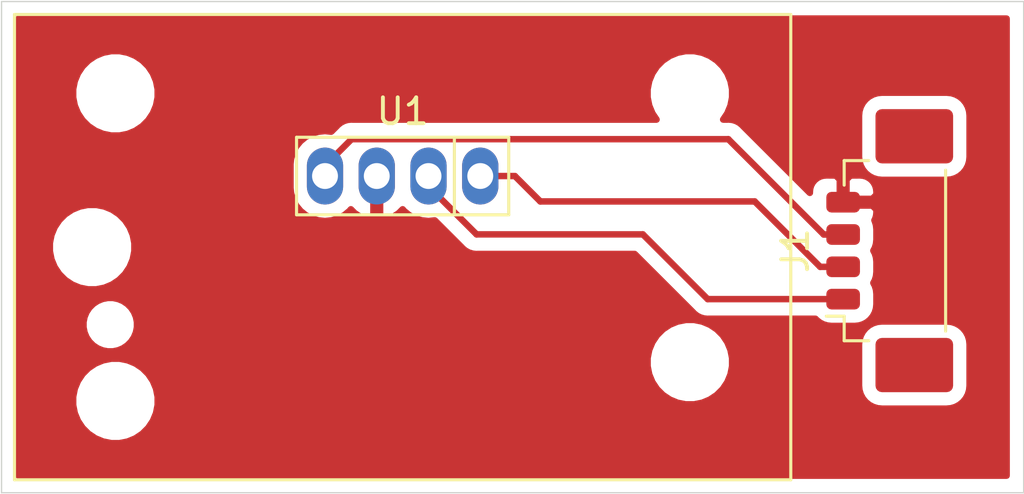
<source format=kicad_pcb>
(kicad_pcb (version 20171130) (host pcbnew 5.1.4)

  (general
    (thickness 1.6)
    (drawings 4)
    (tracks 15)
    (zones 0)
    (modules 2)
    (nets 5)
  )

  (page A4)
  (layers
    (0 F.Cu signal)
    (31 B.Cu signal)
    (32 B.Adhes user)
    (33 F.Adhes user)
    (34 B.Paste user)
    (35 F.Paste user)
    (36 B.SilkS user)
    (37 F.SilkS user)
    (38 B.Mask user)
    (39 F.Mask user)
    (40 Dwgs.User user)
    (41 Cmts.User user)
    (42 Eco1.User user)
    (43 Eco2.User user)
    (44 Edge.Cuts user)
    (45 Margin user)
    (46 B.CrtYd user)
    (47 F.CrtYd user)
    (48 B.Fab user)
    (49 F.Fab user)
  )

  (setup
    (last_trace_width 0.25)
    (trace_clearance 0.2)
    (zone_clearance 0.508)
    (zone_45_only no)
    (trace_min 0.2)
    (via_size 0.8)
    (via_drill 0.4)
    (via_min_size 0.4)
    (via_min_drill 0.3)
    (uvia_size 0.3)
    (uvia_drill 0.1)
    (uvias_allowed no)
    (uvia_min_size 0.2)
    (uvia_min_drill 0.1)
    (edge_width 0.05)
    (segment_width 0.2)
    (pcb_text_width 0.3)
    (pcb_text_size 1.5 1.5)
    (mod_edge_width 0.12)
    (mod_text_size 1 1)
    (mod_text_width 0.15)
    (pad_size 2.49936 2.49936)
    (pad_drill 1.00076)
    (pad_to_mask_clearance 0.051)
    (solder_mask_min_width 0.25)
    (aux_axis_origin 143.8642 123.6234)
    (grid_origin 62.6142 151.6234)
    (visible_elements FFFFFF7F)
    (pcbplotparams
      (layerselection 0x01000_7ffffffe)
      (usegerberextensions false)
      (usegerberattributes false)
      (usegerberadvancedattributes false)
      (creategerberjobfile false)
      (excludeedgelayer false)
      (linewidth 0.100000)
      (plotframeref false)
      (viasonmask false)
      (mode 1)
      (useauxorigin true)
      (hpglpennumber 1)
      (hpglpenspeed 20)
      (hpglpendiameter 15.000000)
      (psnegative false)
      (psa4output false)
      (plotreference true)
      (plotvalue true)
      (plotinvisibletext false)
      (padsonsilk false)
      (subtractmaskfromsilk false)
      (outputformat 1)
      (mirror false)
      (drillshape 0)
      (scaleselection 1)
      (outputdirectory "PRODUCTION_PUMA_20190924"))
  )

  (net 0 "")
  (net 1 /GND)
  (net 2 /Vdd)
  (net 3 /AOut_SDA)
  (net 4 /OCS_SCL)

  (net_class Default "This is the default net class."
    (clearance 0.2)
    (trace_width 0.25)
    (via_dia 0.8)
    (via_drill 0.4)
    (uvia_dia 0.3)
    (uvia_drill 0.1)
    (add_net /AOut_SDA)
    (add_net /GND)
    (add_net /OCS_SCL)
    (add_net /Vdd)
  )

  (module RESPIRECO:SDP80x (layer F.Cu) (tedit 5D855BA1) (tstamp 5D89FE01)
    (at 147.3112 93.0494 180)
    (descr "Low cost pressure sensor (for filter)")
    (tags "pressure, sensor, filter")
    (path /5DE6F1CB)
    (fp_text reference U1 (at 0 5.25) (layer F.SilkS)
      (effects (font (size 1 1) (thickness 0.15)))
    )
    (fp_text value SDP8xx-ANALOG (at 0 0.25) (layer F.Fab)
      (effects (font (size 1 1) (thickness 0.15)))
    )
    (fp_line (start -4.1 1.25) (end 4.1 1.25) (layer F.SilkS) (width 0.12))
    (fp_line (start 4.1 1.25) (end 4.1 4.25) (layer F.SilkS) (width 0.12))
    (fp_line (start 4.1 4.25) (end -4.1 4.25) (layer F.SilkS) (width 0.12))
    (fp_line (start -4.1 4.25) (end -4.1 1.25) (layer F.SilkS) (width 0.12))
    (fp_line (start -2 1.25) (end -2 4.25) (layer F.SilkS) (width 0.12))
    (fp_line (start -3.85 1.5) (end 3.85 1.5) (layer F.CrtYd) (width 0.05))
    (fp_line (start 3.85 1.5) (end 3.85 4) (layer F.CrtYd) (width 0.05))
    (fp_line (start 3.85 4) (end -3.85 4) (layer F.CrtYd) (width 0.05))
    (fp_line (start -3.85 4) (end -3.85 1.5) (layer F.CrtYd) (width 0.05))
    (fp_line (start 15 -9) (end 15 9) (layer F.SilkS) (width 0.12))
    (fp_line (start 15 9) (end -15 9) (layer F.SilkS) (width 0.12))
    (fp_line (start -15 9) (end -15 -9) (layer F.SilkS) (width 0.12))
    (fp_line (start -15 -9) (end 15 -9) (layer F.SilkS) (width 0.12))
    (fp_line (start -15.5 -9.5) (end 15.5 -9.5) (layer B.CrtYd) (width 0.12))
    (fp_line (start 15.5 -9.5) (end 15.5 9.5) (layer B.CrtYd) (width 0.12))
    (fp_line (start 15.5 9.5) (end -15.5 9.5) (layer B.CrtYd) (width 0.12))
    (fp_line (start -15.5 9.5) (end -15.5 -9.5) (layer B.CrtYd) (width 0.12))
    (pad 1 thru_hole oval (at -3 2.75 180) (size 1.4 2.2) (drill 1) (layers *.Cu *.Mask)
      (net 4 /OCS_SCL))
    (pad 2 thru_hole oval (at -1 2.75 180) (size 1.4 2.2) (drill 1) (layers *.Cu *.Mask)
      (net 2 /Vdd))
    (pad 3 thru_hole oval (at 1 2.75 180) (size 1.4 2.2) (drill 1) (layers *.Cu *.Mask)
      (net 1 /GND))
    (pad 4 thru_hole oval (at 3 2.75 180) (size 1.4 2.2) (drill 1) (layers *.Cu *.Mask)
      (net 3 /AOut_SDA))
    (pad "" np_thru_hole circle (at -11.1 5.95 180) (size 2 2) (drill 2) (layers *.Cu *.Mask))
    (pad "" np_thru_hole circle (at -11.1 -4.45 180) (size 2 2) (drill 2) (layers *.Cu *.Mask))
    (pad "" np_thru_hole circle (at 11.1 -5.95 180) (size 2 2) (drill 2) (layers *.Cu *.Mask))
    (pad "" np_thru_hole circle (at 11.1 5.95 180) (size 2 2) (drill 2) (layers *.Cu *.Mask))
    (pad "" np_thru_hole circle (at -11.3 3 180) (size 0.8 0.8) (drill 0.8) (layers *.Cu *.Mask))
    (pad "" np_thru_hole circle (at -12 0 180) (size 2 2) (drill 2) (layers *.Cu *.Mask))
    (pad "" np_thru_hole circle (at 11.3 -3 180) (size 0.8 0.8) (drill 0.8) (layers *.Cu *.Mask))
    (pad "" np_thru_hole circle (at 12 0 180) (size 2 2) (drill 2) (layers *.Cu *.Mask))
  )

  (module Connector_Molex:Molex_PicoBlade_53398-0471_1x04-1MP_P1.25mm_Vertical (layer F.Cu) (tedit 5B78AD88) (tstamp 5D89FDC1)
    (at 165.5852 93.1864 90)
    (descr "Molex PicoBlade series connector, 53398-0471 (http://www.molex.com/pdm_docs/sd/533980271_sd.pdf), generated with kicad-footprint-generator")
    (tags "connector Molex PicoBlade side entry")
    (path /5DE6F691)
    (attr smd)
    (fp_text reference J1 (at 0 -3.1 90) (layer F.SilkS)
      (effects (font (size 1 1) (thickness 0.15)))
    )
    (fp_text value Conn_01x04 (at 0 4.2 90) (layer F.Fab)
      (effects (font (size 1 1) (thickness 0.15)))
    )
    (fp_line (start -3.375 -1.1) (end 3.375 -1.1) (layer F.Fab) (width 0.1))
    (fp_line (start -3.485 -0.26) (end -3.485 -1.21) (layer F.SilkS) (width 0.12))
    (fp_line (start -3.485 -1.21) (end -2.535 -1.21) (layer F.SilkS) (width 0.12))
    (fp_line (start -2.535 -1.21) (end -2.535 -1.9) (layer F.SilkS) (width 0.12))
    (fp_line (start 3.485 -0.26) (end 3.485 -1.21) (layer F.SilkS) (width 0.12))
    (fp_line (start 3.485 -1.21) (end 2.535 -1.21) (layer F.SilkS) (width 0.12))
    (fp_line (start -3.115 2.71) (end 3.115 2.71) (layer F.SilkS) (width 0.12))
    (fp_line (start -3.375 2.6) (end 3.375 2.6) (layer F.Fab) (width 0.1))
    (fp_line (start -3.375 -1.1) (end -3.375 2.6) (layer F.Fab) (width 0.1))
    (fp_line (start 3.375 -1.1) (end 3.375 2.6) (layer F.Fab) (width 0.1))
    (fp_line (start -2.025 1.225) (end -2.025 1.825) (layer F.Fab) (width 0.1))
    (fp_line (start -2.025 1.825) (end -1.725 1.825) (layer F.Fab) (width 0.1))
    (fp_line (start -1.725 1.825) (end -1.725 1.225) (layer F.Fab) (width 0.1))
    (fp_line (start -1.725 1.225) (end -2.025 1.225) (layer F.Fab) (width 0.1))
    (fp_line (start -0.775 1.225) (end -0.775 1.825) (layer F.Fab) (width 0.1))
    (fp_line (start -0.775 1.825) (end -0.475 1.825) (layer F.Fab) (width 0.1))
    (fp_line (start -0.475 1.825) (end -0.475 1.225) (layer F.Fab) (width 0.1))
    (fp_line (start -0.475 1.225) (end -0.775 1.225) (layer F.Fab) (width 0.1))
    (fp_line (start 0.475 1.225) (end 0.475 1.825) (layer F.Fab) (width 0.1))
    (fp_line (start 0.475 1.825) (end 0.775 1.825) (layer F.Fab) (width 0.1))
    (fp_line (start 0.775 1.825) (end 0.775 1.225) (layer F.Fab) (width 0.1))
    (fp_line (start 0.775 1.225) (end 0.475 1.225) (layer F.Fab) (width 0.1))
    (fp_line (start 1.725 1.225) (end 1.725 1.825) (layer F.Fab) (width 0.1))
    (fp_line (start 1.725 1.825) (end 2.025 1.825) (layer F.Fab) (width 0.1))
    (fp_line (start 2.025 1.825) (end 2.025 1.225) (layer F.Fab) (width 0.1))
    (fp_line (start 2.025 1.225) (end 1.725 1.225) (layer F.Fab) (width 0.1))
    (fp_line (start -3.375 2.6) (end -4.875 2.6) (layer F.Fab) (width 0.1))
    (fp_line (start -4.875 2.6) (end -5.075 2.4) (layer F.Fab) (width 0.1))
    (fp_line (start -5.075 2.4) (end -5.075 0.6) (layer F.Fab) (width 0.1))
    (fp_line (start -5.075 0.6) (end -4.875 0.4) (layer F.Fab) (width 0.1))
    (fp_line (start -4.875 0.4) (end -4.875 -0.2) (layer F.Fab) (width 0.1))
    (fp_line (start -4.875 -0.2) (end -3.375 -0.2) (layer F.Fab) (width 0.1))
    (fp_line (start 3.375 2.6) (end 4.875 2.6) (layer F.Fab) (width 0.1))
    (fp_line (start 4.875 2.6) (end 5.075 2.4) (layer F.Fab) (width 0.1))
    (fp_line (start 5.075 2.4) (end 5.075 0.6) (layer F.Fab) (width 0.1))
    (fp_line (start 5.075 0.6) (end 4.875 0.4) (layer F.Fab) (width 0.1))
    (fp_line (start 4.875 0.4) (end 4.875 -0.2) (layer F.Fab) (width 0.1))
    (fp_line (start 4.875 -0.2) (end 3.375 -0.2) (layer F.Fab) (width 0.1))
    (fp_line (start -5.98 -2.4) (end -5.98 3.5) (layer F.CrtYd) (width 0.05))
    (fp_line (start -5.98 3.5) (end 5.98 3.5) (layer F.CrtYd) (width 0.05))
    (fp_line (start 5.98 3.5) (end 5.98 -2.4) (layer F.CrtYd) (width 0.05))
    (fp_line (start 5.98 -2.4) (end -5.98 -2.4) (layer F.CrtYd) (width 0.05))
    (fp_line (start -2.375 -1.1) (end -1.875 -0.392893) (layer F.Fab) (width 0.1))
    (fp_line (start -1.875 -0.392893) (end -1.375 -1.1) (layer F.Fab) (width 0.1))
    (fp_text user %R (at 0 0.4 90) (layer F.Fab)
      (effects (font (size 1 1) (thickness 0.15)))
    )
    (pad 1 smd roundrect (at -1.875 -1.25 90) (size 0.8 1.3) (layers F.Cu F.Paste F.Mask) (roundrect_rratio 0.25)
      (net 2 /Vdd))
    (pad 2 smd roundrect (at -0.625 -1.25 90) (size 0.8 1.3) (layers F.Cu F.Paste F.Mask) (roundrect_rratio 0.25)
      (net 4 /OCS_SCL))
    (pad 3 smd roundrect (at 0.625 -1.25 90) (size 0.8 1.3) (layers F.Cu F.Paste F.Mask) (roundrect_rratio 0.25)
      (net 3 /AOut_SDA))
    (pad 4 smd roundrect (at 1.875 -1.25 90) (size 0.8 1.3) (layers F.Cu F.Paste F.Mask) (roundrect_rratio 0.25)
      (net 1 /GND))
    (pad MP smd roundrect (at -4.425 1.5 90) (size 2.1 3) (layers F.Cu F.Paste F.Mask) (roundrect_rratio 0.119048))
    (pad MP smd roundrect (at 4.425 1.5 90) (size 2.1 3) (layers F.Cu F.Paste F.Mask) (roundrect_rratio 0.119048))
    (model ${KISYS3DMOD}/Connector_Molex.3dshapes/Molex_PicoBlade_53398-0471_1x04-1MP_P1.25mm_Vertical.wrl
      (at (xyz 0 0 0))
      (scale (xyz 1 1 1))
      (rotate (xyz 0 0 0))
    )
  )

  (gr_line (start 171.3112 102.5494) (end 131.8112 102.5494) (layer Edge.Cuts) (width 0.05) (tstamp 5D89FE00))
  (gr_line (start 171.3112 83.5494) (end 171.3112 102.5494) (layer Edge.Cuts) (width 0.05) (tstamp 5D89FDF7))
  (gr_line (start 131.8112 102.5494) (end 131.8112 83.5494) (layer Edge.Cuts) (width 0.05) (tstamp 5D89FDBF))
  (gr_line (start 131.8112 83.5494) (end 171.3112 83.5494) (layer Edge.Cuts) (width 0.05) (tstamp 5D89FDB8))

  (segment (start 164.3352 95.0614) (end 159.1002 95.0614) (width 0.25) (layer F.Cu) (net 2) (tstamp 5D89FDB9))
  (segment (start 156.5942 92.5554) (end 150.1672 92.5554) (width 0.25) (layer F.Cu) (net 2) (tstamp 5D89FDBA))
  (segment (start 148.3112 90.6994) (end 148.3112 90.2994) (width 0.25) (layer F.Cu) (net 2) (tstamp 5D89FDBC))
  (segment (start 150.1672 92.5554) (end 148.3112 90.6994) (width 0.25) (layer F.Cu) (net 2) (tstamp 5D89FDBE))
  (segment (start 159.1002 95.0614) (end 156.5942 92.5554) (width 0.25) (layer F.Cu) (net 2) (tstamp 5D89FDC0))
  (segment (start 144.3112 89.8994) (end 144.3112 90.2994) (width 0.25) (layer F.Cu) (net 3) (tstamp 5D89FDF8))
  (segment (start 163.5852 92.5614) (end 159.89819 88.87439) (width 0.25) (layer F.Cu) (net 3) (tstamp 5D89FDF9))
  (segment (start 159.89819 88.87439) (end 145.33621 88.87439) (width 0.25) (layer F.Cu) (net 3) (tstamp 5D89FDFA))
  (segment (start 145.33621 88.87439) (end 144.3112 89.8994) (width 0.25) (layer F.Cu) (net 3) (tstamp 5D89FDFB))
  (segment (start 164.3352 92.5614) (end 163.5852 92.5614) (width 0.25) (layer F.Cu) (net 3) (tstamp 5D89FDFF))
  (segment (start 151.6492 90.2994) (end 150.3112 90.2994) (width 0.25) (layer F.Cu) (net 4) (tstamp 5D89FDB7))
  (segment (start 152.6312 91.2814) (end 151.6492 90.2994) (width 0.25) (layer F.Cu) (net 4) (tstamp 5D89FDBD))
  (segment (start 160.916202 91.2814) (end 152.6312 91.2814) (width 0.25) (layer F.Cu) (net 4) (tstamp 5D89FDFC))
  (segment (start 163.446202 93.8114) (end 160.916202 91.2814) (width 0.25) (layer F.Cu) (net 4) (tstamp 5D89FDFD))
  (segment (start 164.3352 93.8114) (end 163.446202 93.8114) (width 0.25) (layer F.Cu) (net 4) (tstamp 5D89FDFE))

  (zone (net 1) (net_name /GND) (layer F.Cu) (tstamp 5D8A01BB) (hatch edge 0.508)
    (connect_pads (clearance 0.508))
    (min_thickness 0.254)
    (fill yes (arc_segments 32) (thermal_gap 0.508) (thermal_bridge_width 0.508))
    (polygon
      (pts
        (xy 171.3112 102.5494) (xy 131.8112 102.5494) (xy 131.8112 83.5494) (xy 171.3112 83.5494)
      )
    )
    (filled_polygon
      (pts
        (xy 170.651201 101.8894) (xy 132.4712 101.8894) (xy 132.4712 98.838367) (xy 134.5762 98.838367) (xy 134.5762 99.160433)
        (xy 134.639032 99.476312) (xy 134.762282 99.773863) (xy 134.941213 100.041652) (xy 135.168948 100.269387) (xy 135.436737 100.448318)
        (xy 135.734288 100.571568) (xy 136.050167 100.6344) (xy 136.372233 100.6344) (xy 136.688112 100.571568) (xy 136.985663 100.448318)
        (xy 137.253452 100.269387) (xy 137.481187 100.041652) (xy 137.660118 99.773863) (xy 137.783368 99.476312) (xy 137.8462 99.160433)
        (xy 137.8462 98.838367) (xy 137.783368 98.522488) (xy 137.660118 98.224937) (xy 137.481187 97.957148) (xy 137.253452 97.729413)
        (xy 136.985663 97.550482) (xy 136.688112 97.427232) (xy 136.372233 97.3644) (xy 136.050167 97.3644) (xy 135.734288 97.427232)
        (xy 135.436737 97.550482) (xy 135.168948 97.729413) (xy 134.941213 97.957148) (xy 134.762282 98.224937) (xy 134.639032 98.522488)
        (xy 134.5762 98.838367) (xy 132.4712 98.838367) (xy 132.4712 97.338367) (xy 156.7762 97.338367) (xy 156.7762 97.660433)
        (xy 156.839032 97.976312) (xy 156.962282 98.273863) (xy 157.141213 98.541652) (xy 157.368948 98.769387) (xy 157.636737 98.948318)
        (xy 157.934288 99.071568) (xy 158.250167 99.1344) (xy 158.572233 99.1344) (xy 158.888112 99.071568) (xy 159.185663 98.948318)
        (xy 159.453452 98.769387) (xy 159.681187 98.541652) (xy 159.860118 98.273863) (xy 159.983368 97.976312) (xy 160.0462 97.660433)
        (xy 160.0462 97.338367) (xy 159.983368 97.022488) (xy 159.895933 96.8114) (xy 164.947128 96.8114) (xy 164.947128 98.4114)
        (xy 164.964192 98.584654) (xy 165.014728 98.75125) (xy 165.096795 98.904786) (xy 165.207238 99.039362) (xy 165.341814 99.149805)
        (xy 165.49535 99.231872) (xy 165.661946 99.282408) (xy 165.8352 99.299472) (xy 168.3352 99.299472) (xy 168.508454 99.282408)
        (xy 168.67505 99.231872) (xy 168.828586 99.149805) (xy 168.963162 99.039362) (xy 169.073605 98.904786) (xy 169.155672 98.75125)
        (xy 169.206208 98.584654) (xy 169.223272 98.4114) (xy 169.223272 96.8114) (xy 169.206208 96.638146) (xy 169.155672 96.47155)
        (xy 169.073605 96.318014) (xy 168.963162 96.183438) (xy 168.828586 96.072995) (xy 168.67505 95.990928) (xy 168.508454 95.940392)
        (xy 168.3352 95.923328) (xy 165.8352 95.923328) (xy 165.661946 95.940392) (xy 165.49535 95.990928) (xy 165.341814 96.072995)
        (xy 165.207238 96.183438) (xy 165.096795 96.318014) (xy 165.014728 96.47155) (xy 164.964192 96.638146) (xy 164.947128 96.8114)
        (xy 159.895933 96.8114) (xy 159.860118 96.724937) (xy 159.681187 96.457148) (xy 159.453452 96.229413) (xy 159.185663 96.050482)
        (xy 158.888112 95.927232) (xy 158.572233 95.8644) (xy 158.250167 95.8644) (xy 157.934288 95.927232) (xy 157.636737 96.050482)
        (xy 157.368948 96.229413) (xy 157.141213 96.457148) (xy 156.962282 96.724937) (xy 156.839032 97.022488) (xy 156.7762 97.338367)
        (xy 132.4712 97.338367) (xy 132.4712 95.947461) (xy 134.9762 95.947461) (xy 134.9762 96.151339) (xy 135.015974 96.351298)
        (xy 135.093995 96.539656) (xy 135.207263 96.709174) (xy 135.351426 96.853337) (xy 135.520944 96.966605) (xy 135.709302 97.044626)
        (xy 135.909261 97.0844) (xy 136.113139 97.0844) (xy 136.313098 97.044626) (xy 136.501456 96.966605) (xy 136.670974 96.853337)
        (xy 136.815137 96.709174) (xy 136.928405 96.539656) (xy 137.006426 96.351298) (xy 137.0462 96.151339) (xy 137.0462 95.947461)
        (xy 137.006426 95.747502) (xy 136.928405 95.559144) (xy 136.815137 95.389626) (xy 136.670974 95.245463) (xy 136.501456 95.132195)
        (xy 136.313098 95.054174) (xy 136.113139 95.0144) (xy 135.909261 95.0144) (xy 135.709302 95.054174) (xy 135.520944 95.132195)
        (xy 135.351426 95.245463) (xy 135.207263 95.389626) (xy 135.093995 95.559144) (xy 135.015974 95.747502) (xy 134.9762 95.947461)
        (xy 132.4712 95.947461) (xy 132.4712 92.888367) (xy 133.6762 92.888367) (xy 133.6762 93.210433) (xy 133.739032 93.526312)
        (xy 133.862282 93.823863) (xy 134.041213 94.091652) (xy 134.268948 94.319387) (xy 134.536737 94.498318) (xy 134.834288 94.621568)
        (xy 135.150167 94.6844) (xy 135.472233 94.6844) (xy 135.788112 94.621568) (xy 136.085663 94.498318) (xy 136.353452 94.319387)
        (xy 136.581187 94.091652) (xy 136.760118 93.823863) (xy 136.883368 93.526312) (xy 136.9462 93.210433) (xy 136.9462 92.888367)
        (xy 136.883368 92.572488) (xy 136.760118 92.274937) (xy 136.581187 92.007148) (xy 136.353452 91.779413) (xy 136.085663 91.600482)
        (xy 135.788112 91.477232) (xy 135.472233 91.4144) (xy 135.150167 91.4144) (xy 134.834288 91.477232) (xy 134.536737 91.600482)
        (xy 134.268948 91.779413) (xy 134.041213 92.007148) (xy 133.862282 92.274937) (xy 133.739032 92.572488) (xy 133.6762 92.888367)
        (xy 132.4712 92.888367) (xy 132.4712 89.833821) (xy 142.9762 89.833821) (xy 142.9762 90.764978) (xy 142.995517 90.961105)
        (xy 143.071853 91.212753) (xy 143.195818 91.444674) (xy 143.362645 91.647955) (xy 143.565925 91.814782) (xy 143.797846 91.938747)
        (xy 144.049494 92.015083) (xy 144.3112 92.040859) (xy 144.572905 92.015083) (xy 144.824553 91.938747) (xy 145.056474 91.814782)
        (xy 145.259755 91.647955) (xy 145.310691 91.585889) (xy 145.457015 91.73319) (xy 145.67511 91.879969) (xy 145.91765 91.98138)
        (xy 145.977871 91.992116) (xy 146.1842 91.868774) (xy 146.1842 90.4264) (xy 146.1642 90.4264) (xy 146.1642 90.1724)
        (xy 146.1842 90.1724) (xy 146.1842 90.1524) (xy 146.4382 90.1524) (xy 146.4382 90.1724) (xy 146.4582 90.1724)
        (xy 146.4582 90.4264) (xy 146.4382 90.4264) (xy 146.4382 91.868774) (xy 146.644529 91.992116) (xy 146.70475 91.98138)
        (xy 146.94729 91.879969) (xy 147.165385 91.73319) (xy 147.311709 91.585889) (xy 147.362645 91.647955) (xy 147.565925 91.814782)
        (xy 147.797846 91.938747) (xy 148.049494 92.015083) (xy 148.3112 92.040859) (xy 148.553949 92.01695) (xy 149.6034 93.066402)
        (xy 149.627199 93.095401) (xy 149.742924 93.190374) (xy 149.874953 93.260946) (xy 150.018214 93.304403) (xy 150.129867 93.3154)
        (xy 150.129876 93.3154) (xy 150.167199 93.319076) (xy 150.204522 93.3154) (xy 156.279399 93.3154) (xy 158.536401 95.572403)
        (xy 158.560199 95.601401) (xy 158.675924 95.696374) (xy 158.807953 95.766946) (xy 158.951214 95.810403) (xy 159.062867 95.8214)
        (xy 159.062876 95.8214) (xy 159.100199 95.825076) (xy 159.137522 95.8214) (xy 163.265835 95.8214) (xy 163.292594 95.854006)
        (xy 163.419592 95.958231) (xy 163.564484 96.035678) (xy 163.7217 96.083369) (xy 163.8852 96.099472) (xy 164.7852 96.099472)
        (xy 164.9487 96.083369) (xy 165.105916 96.035678) (xy 165.250808 95.958231) (xy 165.377806 95.854006) (xy 165.482031 95.727008)
        (xy 165.559478 95.582116) (xy 165.607169 95.4249) (xy 165.623272 95.2614) (xy 165.623272 94.8614) (xy 165.607169 94.6979)
        (xy 165.559478 94.540684) (xy 165.503737 94.4364) (xy 165.559478 94.332116) (xy 165.607169 94.1749) (xy 165.623272 94.0114)
        (xy 165.623272 93.6114) (xy 165.607169 93.4479) (xy 165.559478 93.290684) (xy 165.503737 93.1864) (xy 165.559478 93.082116)
        (xy 165.607169 92.9249) (xy 165.623272 92.7614) (xy 165.623272 92.3614) (xy 165.607169 92.1979) (xy 165.559478 92.040684)
        (xy 165.544345 92.012373) (xy 165.574702 91.95558) (xy 165.611012 91.835882) (xy 165.623272 91.7114) (xy 165.6202 91.59715)
        (xy 165.46145 91.4384) (xy 164.4622 91.4384) (xy 164.4622 91.4584) (xy 164.2082 91.4584) (xy 164.2082 91.4384)
        (xy 164.1882 91.4384) (xy 164.1882 91.1844) (xy 164.2082 91.1844) (xy 164.2082 90.43515) (xy 164.4622 90.43515)
        (xy 164.4622 91.1844) (xy 165.46145 91.1844) (xy 165.6202 91.02565) (xy 165.623272 90.9114) (xy 165.611012 90.786918)
        (xy 165.574702 90.66722) (xy 165.515737 90.556906) (xy 165.436385 90.460215) (xy 165.339694 90.380863) (xy 165.22938 90.321898)
        (xy 165.109682 90.285588) (xy 164.9852 90.273328) (xy 164.62095 90.2764) (xy 164.4622 90.43515) (xy 164.2082 90.43515)
        (xy 164.04945 90.2764) (xy 163.6852 90.273328) (xy 163.560718 90.285588) (xy 163.44102 90.321898) (xy 163.330706 90.380863)
        (xy 163.234015 90.460215) (xy 163.154663 90.556906) (xy 163.095698 90.66722) (xy 163.059388 90.786918) (xy 163.047128 90.9114)
        (xy 163.048154 90.949552) (xy 160.461994 88.363393) (xy 160.438191 88.334389) (xy 160.322466 88.239416) (xy 160.190437 88.168844)
        (xy 160.047176 88.125387) (xy 159.935523 88.11439) (xy 159.935512 88.11439) (xy 159.89819 88.110714) (xy 159.860868 88.11439)
        (xy 159.699403 88.11439) (xy 159.801627 87.9614) (xy 164.947128 87.9614) (xy 164.947128 89.5614) (xy 164.964192 89.734654)
        (xy 165.014728 89.90125) (xy 165.096795 90.054786) (xy 165.207238 90.189362) (xy 165.341814 90.299805) (xy 165.49535 90.381872)
        (xy 165.661946 90.432408) (xy 165.8352 90.449472) (xy 168.3352 90.449472) (xy 168.508454 90.432408) (xy 168.67505 90.381872)
        (xy 168.828586 90.299805) (xy 168.963162 90.189362) (xy 169.073605 90.054786) (xy 169.155672 89.90125) (xy 169.206208 89.734654)
        (xy 169.223272 89.5614) (xy 169.223272 87.9614) (xy 169.206208 87.788146) (xy 169.155672 87.62155) (xy 169.073605 87.468014)
        (xy 168.963162 87.333438) (xy 168.828586 87.222995) (xy 168.67505 87.140928) (xy 168.508454 87.090392) (xy 168.3352 87.073328)
        (xy 165.8352 87.073328) (xy 165.661946 87.090392) (xy 165.49535 87.140928) (xy 165.341814 87.222995) (xy 165.207238 87.333438)
        (xy 165.096795 87.468014) (xy 165.014728 87.62155) (xy 164.964192 87.788146) (xy 164.947128 87.9614) (xy 159.801627 87.9614)
        (xy 159.860118 87.873863) (xy 159.983368 87.576312) (xy 160.0462 87.260433) (xy 160.0462 86.938367) (xy 159.983368 86.622488)
        (xy 159.860118 86.324937) (xy 159.681187 86.057148) (xy 159.453452 85.829413) (xy 159.185663 85.650482) (xy 158.888112 85.527232)
        (xy 158.572233 85.4644) (xy 158.250167 85.4644) (xy 157.934288 85.527232) (xy 157.636737 85.650482) (xy 157.368948 85.829413)
        (xy 157.141213 86.057148) (xy 156.962282 86.324937) (xy 156.839032 86.622488) (xy 156.7762 86.938367) (xy 156.7762 87.260433)
        (xy 156.839032 87.576312) (xy 156.962282 87.873863) (xy 157.122997 88.11439) (xy 145.373532 88.11439) (xy 145.336209 88.110714)
        (xy 145.298886 88.11439) (xy 145.298877 88.11439) (xy 145.187224 88.125387) (xy 145.043963 88.168844) (xy 144.911933 88.239416)
        (xy 144.828293 88.308058) (xy 144.796209 88.334389) (xy 144.772411 88.363387) (xy 144.553948 88.58185) (xy 144.3112 88.557941)
        (xy 144.049495 88.583717) (xy 143.797847 88.660053) (xy 143.565926 88.784018) (xy 143.362646 88.950845) (xy 143.195818 89.154125)
        (xy 143.071853 89.386046) (xy 142.995517 89.637694) (xy 142.9762 89.833821) (xy 132.4712 89.833821) (xy 132.4712 86.938367)
        (xy 134.5762 86.938367) (xy 134.5762 87.260433) (xy 134.639032 87.576312) (xy 134.762282 87.873863) (xy 134.941213 88.141652)
        (xy 135.168948 88.369387) (xy 135.436737 88.548318) (xy 135.734288 88.671568) (xy 136.050167 88.7344) (xy 136.372233 88.7344)
        (xy 136.688112 88.671568) (xy 136.985663 88.548318) (xy 137.253452 88.369387) (xy 137.481187 88.141652) (xy 137.660118 87.873863)
        (xy 137.783368 87.576312) (xy 137.8462 87.260433) (xy 137.8462 86.938367) (xy 137.783368 86.622488) (xy 137.660118 86.324937)
        (xy 137.481187 86.057148) (xy 137.253452 85.829413) (xy 136.985663 85.650482) (xy 136.688112 85.527232) (xy 136.372233 85.4644)
        (xy 136.050167 85.4644) (xy 135.734288 85.527232) (xy 135.436737 85.650482) (xy 135.168948 85.829413) (xy 134.941213 86.057148)
        (xy 134.762282 86.324937) (xy 134.639032 86.622488) (xy 134.5762 86.938367) (xy 132.4712 86.938367) (xy 132.4712 84.2094)
        (xy 170.6512 84.2094)
      )
    )
  )
)

</source>
